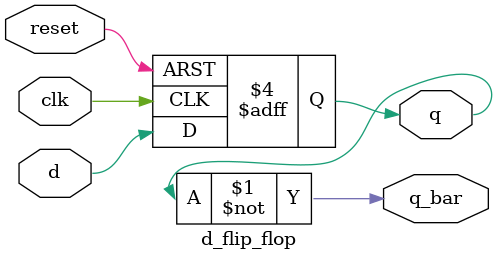
<source format=sv>

module d_flip_flop(
    input d,
    input clk,
    input reset,
    output q,
    output q_bar,
);

    reg q;
    assign q_bar = ~q;
    always @(posedge clk or negedge reset)
    begin
        if (!reset)
            q <= 0;
        else
            q <= d;
    end

endmodule

</source>
